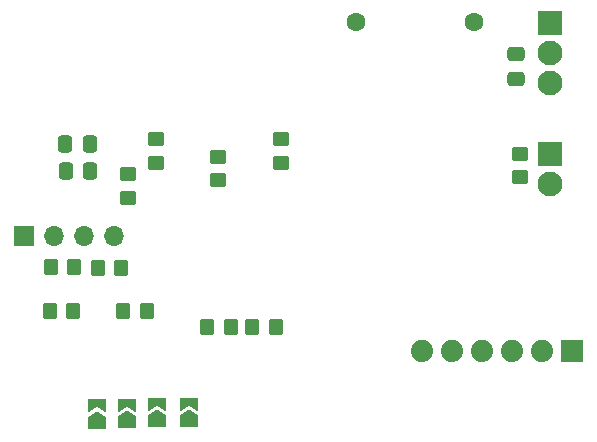
<source format=gbr>
%TF.GenerationSoftware,KiCad,Pcbnew,6.0.11-2627ca5db0~126~ubuntu22.04.1*%
%TF.CreationDate,2023-02-20T15:02:37-05:00*%
%TF.ProjectId,lin-peltier-control,6c696e2d-7065-46c7-9469-65722d636f6e,1.0*%
%TF.SameCoordinates,Original*%
%TF.FileFunction,Soldermask,Bot*%
%TF.FilePolarity,Negative*%
%FSLAX46Y46*%
G04 Gerber Fmt 4.6, Leading zero omitted, Abs format (unit mm)*
G04 Created by KiCad (PCBNEW 6.0.11-2627ca5db0~126~ubuntu22.04.1) date 2023-02-20 15:02:37*
%MOMM*%
%LPD*%
G01*
G04 APERTURE LIST*
G04 Aperture macros list*
%AMRoundRect*
0 Rectangle with rounded corners*
0 $1 Rounding radius*
0 $2 $3 $4 $5 $6 $7 $8 $9 X,Y pos of 4 corners*
0 Add a 4 corners polygon primitive as box body*
4,1,4,$2,$3,$4,$5,$6,$7,$8,$9,$2,$3,0*
0 Add four circle primitives for the rounded corners*
1,1,$1+$1,$2,$3*
1,1,$1+$1,$4,$5*
1,1,$1+$1,$6,$7*
1,1,$1+$1,$8,$9*
0 Add four rect primitives between the rounded corners*
20,1,$1+$1,$2,$3,$4,$5,0*
20,1,$1+$1,$4,$5,$6,$7,0*
20,1,$1+$1,$6,$7,$8,$9,0*
20,1,$1+$1,$8,$9,$2,$3,0*%
%AMFreePoly0*
4,1,6,1.000000,0.000000,0.500000,-0.750000,-0.500000,-0.750000,-0.500000,0.750000,0.500000,0.750000,1.000000,0.000000,1.000000,0.000000,$1*%
%AMFreePoly1*
4,1,6,0.500000,-0.750000,-0.650000,-0.750000,-0.150000,0.000000,-0.650000,0.750000,0.500000,0.750000,0.500000,-0.750000,0.500000,-0.750000,$1*%
G04 Aperture macros list end*
%ADD10R,2.100000X2.100000*%
%ADD11C,2.100000*%
%ADD12C,1.600000*%
%ADD13R,1.700000X1.700000*%
%ADD14O,1.700000X1.700000*%
%ADD15R,1.879600X1.879600*%
%ADD16C,1.879600*%
%ADD17RoundRect,0.250000X-0.350000X-0.450000X0.350000X-0.450000X0.350000X0.450000X-0.350000X0.450000X0*%
%ADD18RoundRect,0.250000X-0.450000X0.350000X-0.450000X-0.350000X0.450000X-0.350000X0.450000X0.350000X0*%
%ADD19FreePoly0,90.000000*%
%ADD20FreePoly1,90.000000*%
%ADD21RoundRect,0.250000X0.350000X0.450000X-0.350000X0.450000X-0.350000X-0.450000X0.350000X-0.450000X0*%
%ADD22RoundRect,0.250000X0.475000X-0.337500X0.475000X0.337500X-0.475000X0.337500X-0.475000X-0.337500X0*%
%ADD23RoundRect,0.250000X0.450000X-0.350000X0.450000X0.350000X-0.450000X0.350000X-0.450000X-0.350000X0*%
%ADD24RoundRect,0.250000X0.337500X0.475000X-0.337500X0.475000X-0.337500X-0.475000X0.337500X-0.475000X0*%
%ADD25RoundRect,0.250000X-0.337500X-0.475000X0.337500X-0.475000X0.337500X0.475000X-0.337500X0.475000X0*%
G04 APERTURE END LIST*
D10*
%TO.C,J3*%
X224700000Y-64000000D03*
D11*
X224700000Y-66540000D03*
X224700000Y-69080000D03*
%TD*%
D12*
%TO.C,F1*%
X218200000Y-63950000D03*
X208200000Y-63950000D03*
%TD*%
D13*
%TO.C,J2*%
X180150000Y-82100000D03*
D14*
X182690000Y-82100000D03*
X185230000Y-82100000D03*
X187770000Y-82100000D03*
%TD*%
D10*
%TO.C,J4*%
X224700000Y-75125000D03*
D11*
X224700000Y-77665000D03*
%TD*%
D15*
%TO.C,J1*%
X226520000Y-91800000D03*
D16*
X223980000Y-91800000D03*
X221440000Y-91800000D03*
X218900000Y-91800000D03*
X216360000Y-91800000D03*
X213820000Y-91800000D03*
%TD*%
D17*
%TO.C,R3*%
X195650000Y-89750000D03*
X197650000Y-89750000D03*
%TD*%
D18*
%TO.C,R18*%
X196550000Y-75350000D03*
X196550000Y-77350000D03*
%TD*%
D19*
%TO.C,JP2*%
X194075000Y-97725000D03*
D20*
X194075000Y-96275000D03*
%TD*%
D17*
%TO.C,R7*%
X182400000Y-84725000D03*
X184400000Y-84725000D03*
%TD*%
D19*
%TO.C,JP5*%
X186350000Y-97875000D03*
D20*
X186350000Y-96425000D03*
%TD*%
D21*
%TO.C,R4*%
X201425000Y-89750000D03*
X199425000Y-89750000D03*
%TD*%
D22*
%TO.C,C2*%
X221775000Y-68750000D03*
X221775000Y-66675000D03*
%TD*%
D18*
%TO.C,R14*%
X201900000Y-73900000D03*
X201900000Y-75900000D03*
%TD*%
D17*
%TO.C,R8*%
X186375000Y-84775000D03*
X188375000Y-84775000D03*
%TD*%
%TO.C,R9*%
X182300000Y-88450000D03*
X184300000Y-88450000D03*
%TD*%
D23*
%TO.C,R12*%
X188950000Y-78825000D03*
X188950000Y-76825000D03*
%TD*%
D18*
%TO.C,R16*%
X191300000Y-73900000D03*
X191300000Y-75900000D03*
%TD*%
D21*
%TO.C,R10*%
X190525000Y-88425000D03*
X188525000Y-88425000D03*
%TD*%
D24*
%TO.C,C7*%
X185750000Y-76575000D03*
X183675000Y-76575000D03*
%TD*%
D25*
%TO.C,C8*%
X183600000Y-74325000D03*
X185675000Y-74325000D03*
%TD*%
D18*
%TO.C,R22*%
X222100000Y-75100000D03*
X222100000Y-77100000D03*
%TD*%
D19*
%TO.C,JP4*%
X188825000Y-97825000D03*
D20*
X188825000Y-96375000D03*
%TD*%
D19*
%TO.C,JP3*%
X191425000Y-97775000D03*
D20*
X191425000Y-96325000D03*
%TD*%
M02*

</source>
